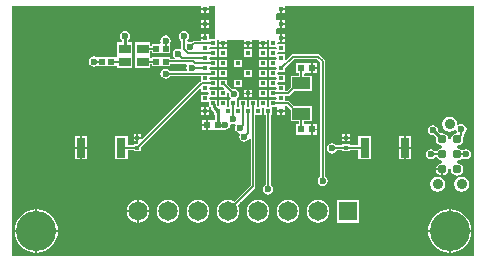
<source format=gtl>
G04*
G04 #@! TF.GenerationSoftware,Altium Limited,Altium Designer,21.6.4 (81)*
G04*
G04 Layer_Physical_Order=1*
G04 Layer_Color=255*
%FSLAX44Y44*%
%MOMM*%
G71*
G04*
G04 #@! TF.SameCoordinates,74441D79-BE30-4494-89CB-7DD98D1B6E6E*
G04*
G04*
G04 #@! TF.FilePolarity,Positive*
G04*
G01*
G75*
%ADD10C,0.1270*%
%ADD11C,0.2540*%
%ADD14C,0.1524*%
%ADD15R,0.6200X0.6200*%
%ADD16R,0.3500X0.3600*%
%ADD17R,0.5200X0.5500*%
%ADD18R,0.8000X1.7000*%
%ADD19R,1.5500X1.0000*%
%ADD21R,0.3900X0.3900*%
%ADD22R,0.3900X0.3900*%
%ADD23R,1.0000X0.8000*%
%ADD37C,0.7900*%
%ADD38C,0.1520*%
%ADD39C,0.9000*%
%ADD40C,3.4000*%
%ADD41C,1.6500*%
%ADD42R,1.6500X1.6500*%
%ADD43C,0.6000*%
G36*
X395922Y4078D02*
X4078Y4078D01*
X4078Y215500D01*
X164780D01*
Y213512D01*
X168000D01*
X171220D01*
Y215500D01*
X176400D01*
Y187220D01*
X171280D01*
X171220Y188465D01*
Y191470D01*
X168762D01*
Y188250D01*
X168000D01*
Y187488D01*
X164780D01*
Y186070D01*
X158394D01*
X157602Y185912D01*
X156931Y185464D01*
X156535Y185068D01*
X155264Y185320D01*
X153881Y185045D01*
X152966Y185587D01*
X152652Y185884D01*
X152627Y186620D01*
X153078Y186922D01*
X154022Y188334D01*
X154354Y190000D01*
X154022Y191666D01*
X153078Y193078D01*
X151666Y194022D01*
X150000Y194354D01*
X148334Y194022D01*
X146922Y193078D01*
X145978Y191666D01*
X145646Y190000D01*
X145978Y188334D01*
X146922Y186922D01*
X147930Y186248D01*
Y179705D01*
X146717Y178994D01*
X146709Y178993D01*
X146666Y179022D01*
X145000Y179354D01*
X143334Y179022D01*
X141922Y178078D01*
X140978Y176666D01*
X140646Y175000D01*
X140978Y173334D01*
X141922Y171922D01*
X142107Y171797D01*
X141722Y170527D01*
X138370D01*
Y172520D01*
X131640D01*
X130630Y172520D01*
X129360Y172520D01*
X122630D01*
Y171904D01*
X121360Y171378D01*
X121270Y171468D01*
X121270Y173770D01*
X121270Y175040D01*
Y177430D01*
X122630D01*
Y175480D01*
X129360D01*
X130370Y175480D01*
X131640Y175480D01*
X138370D01*
Y183520D01*
X138370Y183520D01*
X138548Y184716D01*
X138854Y186250D01*
X138522Y187916D01*
X137578Y189328D01*
X136166Y190272D01*
X134500Y190604D01*
X132834Y190272D01*
X131421Y189328D01*
X130478Y187916D01*
X130146Y186250D01*
X130443Y184760D01*
X130109Y184104D01*
X129661Y183520D01*
X129360Y183520D01*
X122630D01*
Y181570D01*
X121270D01*
Y184770D01*
X108730D01*
Y175040D01*
X108730Y174230D01*
X108730Y172960D01*
Y163230D01*
X121270D01*
Y166430D01*
X122630D01*
Y164480D01*
X129360D01*
X130370Y164480D01*
X131640Y164480D01*
X138370D01*
Y166643D01*
X152034D01*
X152712Y165373D01*
X152427Y164946D01*
X152096Y163280D01*
X152427Y161614D01*
X152544Y161440D01*
X151945Y160320D01*
X138252D01*
X137578Y161329D01*
X136166Y162272D01*
X134500Y162604D01*
X132834Y162272D01*
X131421Y161329D01*
X130478Y159916D01*
X130146Y158250D01*
X130478Y156584D01*
X131421Y155171D01*
X132834Y154228D01*
X134500Y153896D01*
X136166Y154228D01*
X137578Y155171D01*
X138252Y156180D01*
X164780D01*
Y152046D01*
X164108Y151912D01*
X163437Y151463D01*
X114693Y102720D01*
X113565Y103188D01*
X111262D01*
Y100715D01*
X111680Y99707D01*
X110593Y98620D01*
X107480D01*
Y97620D01*
X102270D01*
Y105270D01*
X91730D01*
Y85730D01*
X102270D01*
Y93480D01*
X107480D01*
Y92480D01*
X113520D01*
Y95693D01*
X163607Y145779D01*
X164780Y145293D01*
Y142530D01*
X170542Y142530D01*
X171105Y141500D01*
X170542Y140470D01*
X164780D01*
Y134030D01*
X171220Y134030D01*
X171280Y132785D01*
Y130994D01*
X171280Y130964D01*
X171223Y129777D01*
X170036Y129720D01*
X170006Y129720D01*
X168762D01*
Y127262D01*
X171220D01*
Y128506D01*
X171220Y128535D01*
X171277Y129723D01*
X172465Y129780D01*
X172494Y129780D01*
X172589D01*
X172715Y129152D01*
X173276Y128312D01*
X175530Y126058D01*
Y123280D01*
X176160D01*
Y120268D01*
X175262Y119370D01*
X174380D01*
X173110Y119370D01*
X170512D01*
Y115000D01*
Y110630D01*
X173110D01*
X174120Y110630D01*
X175390Y110630D01*
X183120D01*
X183120Y110630D01*
Y110630D01*
X184390Y110768D01*
X185000Y110646D01*
X186666Y110978D01*
X188078Y111922D01*
X189022Y113334D01*
X189330Y114882D01*
X189401Y115036D01*
X190480Y115849D01*
X191500Y115646D01*
X193160Y115977D01*
X193181Y115962D01*
X194072Y115056D01*
X193478Y114166D01*
X193146Y112500D01*
X193478Y110834D01*
X194422Y109422D01*
X195834Y108478D01*
X196784Y108289D01*
X197405Y106931D01*
X197228Y106666D01*
X196896Y105000D01*
X197228Y103334D01*
X198172Y101922D01*
X199584Y100978D01*
X201250Y100646D01*
X202916Y100978D01*
X204328Y101922D01*
X205160Y103166D01*
X205824Y103153D01*
X206430Y102955D01*
Y63757D01*
X192433Y49761D01*
X192101Y50016D01*
X189785Y50975D01*
X187300Y51302D01*
X184815Y50975D01*
X182499Y50016D01*
X180510Y48490D01*
X178984Y46501D01*
X178025Y44185D01*
X177698Y41700D01*
X178025Y39215D01*
X178984Y36899D01*
X180510Y34910D01*
X182499Y33384D01*
X184815Y32425D01*
X187300Y32098D01*
X189785Y32425D01*
X192101Y33384D01*
X194090Y34910D01*
X195616Y36899D01*
X196575Y39215D01*
X196902Y41700D01*
X196575Y44185D01*
X195616Y46501D01*
X195361Y46834D01*
X209964Y61437D01*
X210412Y62108D01*
X210570Y62900D01*
Y123280D01*
X215970D01*
X215970Y129042D01*
X217000Y129604D01*
X218030Y129042D01*
Y123280D01*
X219180D01*
Y64002D01*
X218172Y63328D01*
X217228Y61916D01*
X216896Y60250D01*
X217228Y58584D01*
X218172Y57172D01*
X219584Y56228D01*
X221250Y55896D01*
X222916Y56228D01*
X224328Y57172D01*
X225272Y58584D01*
X225604Y60250D01*
X225272Y61916D01*
X224328Y63328D01*
X223320Y64002D01*
Y123280D01*
X224470D01*
X224470Y129720D01*
X225715Y129780D01*
X227535D01*
X228723Y129723D01*
X228780Y128535D01*
Y127262D01*
X235220D01*
Y129660D01*
X235220Y129720D01*
X235364Y130930D01*
X237143D01*
X240480Y127593D01*
Y117980D01*
X247430D01*
Y115370D01*
X245130D01*
Y106630D01*
X252860D01*
X253870Y106630D01*
X255140Y106630D01*
X257738D01*
Y111000D01*
Y115370D01*
X255140D01*
X254130Y115370D01*
X252860Y115370D01*
X251570D01*
Y117980D01*
X258520D01*
Y130520D01*
X243407D01*
X239464Y134464D01*
X238792Y134912D01*
X238000Y135070D01*
X235220D01*
Y139428D01*
X238000D01*
X238000Y139428D01*
X238793Y139586D01*
X239465Y140035D01*
X243410Y143980D01*
X258520D01*
Y156520D01*
X251572D01*
Y157982D01*
X252470Y158880D01*
X253870Y158880D01*
X255140Y158880D01*
X257738D01*
Y163250D01*
Y167620D01*
X255140D01*
X254130Y167620D01*
X252860Y167620D01*
X245130D01*
Y158880D01*
X247428D01*
Y156520D01*
X240480D01*
Y146910D01*
X237142Y143572D01*
X235220D01*
Y148970D01*
X229458Y148970D01*
X228895Y150000D01*
X229458Y151030D01*
X235220D01*
Y157470D01*
X229458Y157470D01*
X228895Y158500D01*
X229458Y159530D01*
X235220D01*
Y163043D01*
X242857Y170680D01*
X262893D01*
X265430Y168143D01*
Y71252D01*
X264422Y70578D01*
X263478Y69166D01*
X263146Y67500D01*
X263478Y65834D01*
X264422Y64422D01*
X265834Y63478D01*
X267500Y63146D01*
X269166Y63478D01*
X270578Y64422D01*
X271522Y65834D01*
X271854Y67500D01*
X271522Y69166D01*
X270578Y70578D01*
X269570Y71252D01*
Y169000D01*
X269412Y169792D01*
X268964Y170464D01*
X265214Y174214D01*
X264542Y174662D01*
X263750Y174820D01*
X242000D01*
X241208Y174662D01*
X240536Y174214D01*
X236393Y170070D01*
X235220Y170556D01*
Y174470D01*
X229458Y174470D01*
X228895Y175500D01*
X229458Y176530D01*
X235220D01*
Y182970D01*
X229458Y182970D01*
X228895Y184000D01*
X229458Y185030D01*
X231238D01*
Y188250D01*
Y191470D01*
X229170D01*
X228780Y191470D01*
X227900Y192376D01*
Y196374D01*
X228780Y197280D01*
X229170Y197280D01*
X231238D01*
Y200500D01*
Y203720D01*
X229170D01*
X228780Y203720D01*
X227900Y204625D01*
Y208624D01*
X228780Y209530D01*
X231238D01*
Y212750D01*
X232000D01*
Y213512D01*
X235220D01*
Y215500D01*
X395922D01*
X395922Y4078D01*
D02*
G37*
G36*
X222280Y180780D02*
X228042Y180780D01*
X228605Y179750D01*
X228042Y178720D01*
X222280D01*
Y172280D01*
X228042Y172280D01*
X228604Y171250D01*
X228042Y170220D01*
X222280D01*
Y163780D01*
X228042Y163780D01*
X228605Y162750D01*
X228042Y161720D01*
X222280D01*
Y155280D01*
X228042Y155280D01*
X228605Y154250D01*
X228042Y153220D01*
X222280D01*
Y146780D01*
X228042Y146780D01*
X228605Y145750D01*
X228042Y144720D01*
X222280D01*
Y138280D01*
X228042D01*
X228605Y137250D01*
X228042Y136220D01*
X222280D01*
X222280Y130458D01*
X221250Y129895D01*
X220220Y130458D01*
Y136220D01*
X213780D01*
X213780Y130458D01*
X212750Y129895D01*
X211720Y130458D01*
Y136220D01*
X205280D01*
Y130458D01*
X204250Y129895D01*
X203220Y130458D01*
Y136220D01*
X196780D01*
Y130458D01*
X195750Y129895D01*
X194720Y130458D01*
Y135858D01*
X194720Y136220D01*
X194816Y137450D01*
X195329Y137793D01*
X196272Y139205D01*
X196604Y140871D01*
X196272Y142537D01*
X195329Y143949D01*
X193916Y144893D01*
X192250Y145225D01*
X190959Y144968D01*
X186220Y149707D01*
Y153220D01*
X179780D01*
Y146780D01*
X183293D01*
X184180Y145893D01*
X183694Y144720D01*
X179780D01*
Y138280D01*
X186220D01*
Y141676D01*
X187483Y142211D01*
X188058Y141685D01*
X187896Y140871D01*
X188228Y139205D01*
X189172Y137793D01*
X189624Y137490D01*
X189239Y136220D01*
X188280D01*
Y130458D01*
X187250Y129895D01*
X186220Y130458D01*
Y136220D01*
X179780D01*
Y130928D01*
X178694Y130479D01*
X177720Y131272D01*
Y136220D01*
X171958Y136220D01*
X171395Y137250D01*
X171958Y138280D01*
X177720D01*
Y144720D01*
X171958Y144720D01*
X171395Y145750D01*
X171958Y146780D01*
X177720D01*
Y153220D01*
X171958D01*
X171395Y154250D01*
X171958Y155280D01*
X177720D01*
Y161720D01*
X171958D01*
X171395Y162750D01*
X171958Y163780D01*
X177720D01*
Y170220D01*
X171958D01*
X171395Y171250D01*
X171958Y172280D01*
X177720D01*
Y178720D01*
X171958D01*
X171395Y179750D01*
X171958Y180780D01*
X177720D01*
Y186500D01*
X179780D01*
Y184762D01*
X186220D01*
Y186500D01*
X201030D01*
Y184762D01*
X207470D01*
Y186500D01*
X213780D01*
Y184762D01*
X220220D01*
Y186500D01*
X222280D01*
Y180780D01*
D02*
G37*
%LPC*%
G36*
X235220Y211988D02*
X232762D01*
Y209530D01*
X235220D01*
Y211988D01*
D02*
G37*
G36*
X171220Y211988D02*
X168762D01*
Y209530D01*
X171220D01*
Y211988D01*
D02*
G37*
G36*
X167238D02*
X164780D01*
Y209530D01*
X167238D01*
Y211988D01*
D02*
G37*
G36*
X232762Y203720D02*
Y201262D01*
X235220D01*
Y203720D01*
X232762D01*
D02*
G37*
G36*
X171220D02*
X168762D01*
Y201262D01*
X171220D01*
Y203720D01*
D02*
G37*
G36*
X167238D02*
X164780D01*
Y201262D01*
X167238D01*
Y203720D01*
D02*
G37*
G36*
X235220Y199738D02*
X232762D01*
Y197280D01*
X235220D01*
Y199738D01*
D02*
G37*
G36*
X171220D02*
X168762D01*
Y197280D01*
X171220D01*
Y199738D01*
D02*
G37*
G36*
X167238D02*
X164780D01*
Y197280D01*
X167238D01*
Y199738D01*
D02*
G37*
G36*
X232762Y191470D02*
Y189012D01*
X235220D01*
Y191470D01*
X232762D01*
D02*
G37*
G36*
X167238D02*
X164780D01*
Y189012D01*
X167238D01*
Y191470D01*
D02*
G37*
G36*
X235220Y187488D02*
X232762D01*
Y185030D01*
X235220D01*
Y187488D01*
D02*
G37*
G36*
X100000Y194354D02*
X98334Y194022D01*
X96922Y193078D01*
X95978Y191666D01*
X95646Y190000D01*
X95978Y188334D01*
X96922Y186922D01*
X97410Y186595D01*
Y184770D01*
X93730D01*
Y175040D01*
X93730Y174230D01*
X93730Y172960D01*
Y170570D01*
X92370D01*
Y172520D01*
X85640D01*
X84630Y172520D01*
X83360Y172520D01*
X76630D01*
Y172520D01*
X76489Y172444D01*
X75365Y172532D01*
X73750Y172854D01*
X72084Y172522D01*
X70672Y171579D01*
X69728Y170166D01*
X69396Y168500D01*
X69728Y166834D01*
X70672Y165422D01*
X72084Y164478D01*
X73750Y164146D01*
X75365Y164468D01*
X76489Y164555D01*
X76630Y164480D01*
Y164480D01*
X83360D01*
X84370Y164480D01*
X85640Y164480D01*
X92370D01*
Y166430D01*
X93730D01*
Y163230D01*
X106270D01*
Y172960D01*
X106270Y173770D01*
X106270Y175040D01*
Y184770D01*
X102590D01*
Y186595D01*
X103078Y186922D01*
X104022Y188334D01*
X104354Y190000D01*
X104022Y191666D01*
X103078Y193078D01*
X101666Y194022D01*
X100000Y194354D01*
D02*
G37*
G36*
X259262Y167620D02*
Y164012D01*
X262870D01*
Y167620D01*
X259262D01*
D02*
G37*
G36*
X262870Y162488D02*
X259262D01*
Y158880D01*
X262870D01*
Y162488D01*
D02*
G37*
G36*
X167238Y129720D02*
X164780D01*
Y127262D01*
X167238D01*
Y129720D01*
D02*
G37*
G36*
X235220Y125738D02*
X232762D01*
Y123280D01*
X235220D01*
Y125738D01*
D02*
G37*
G36*
X231238D02*
X228780D01*
Y123280D01*
X231238D01*
Y125738D01*
D02*
G37*
G36*
X171220D02*
X168762D01*
Y123280D01*
X171220D01*
Y125738D01*
D02*
G37*
G36*
X167238D02*
X164780D01*
Y123280D01*
X167238D01*
Y125738D01*
D02*
G37*
G36*
X168988Y119370D02*
X165380D01*
Y115762D01*
X168988D01*
Y119370D01*
D02*
G37*
G36*
X259262Y115370D02*
Y111762D01*
X262870D01*
Y115370D01*
X259262D01*
D02*
G37*
G36*
X168988Y114238D02*
X165380D01*
Y110630D01*
X168988D01*
Y114238D01*
D02*
G37*
G36*
X262870Y110238D02*
X259262D01*
Y106630D01*
X262870D01*
Y110238D01*
D02*
G37*
G36*
X113520Y107020D02*
X111262D01*
Y104712D01*
X113520D01*
Y107020D01*
D02*
G37*
G36*
X109738D02*
X107480D01*
Y104712D01*
X109738D01*
Y107020D01*
D02*
G37*
G36*
X290270D02*
X288012D01*
Y104712D01*
X290270D01*
Y107020D01*
D02*
G37*
G36*
X286488D02*
X284230D01*
Y104712D01*
X286488D01*
Y107020D01*
D02*
G37*
G36*
X374900Y121717D02*
X372463Y121233D01*
X370398Y119852D01*
X369017Y117787D01*
X368533Y115350D01*
X369017Y112913D01*
X370398Y110848D01*
X372463Y109467D01*
X374900Y108983D01*
X377337Y109467D01*
X379402Y110848D01*
X379425Y110881D01*
X380773Y110613D01*
X380978Y109584D01*
X381255Y109170D01*
X381255Y109164D01*
X380612Y107845D01*
X379213Y107567D01*
X377487Y106413D01*
X376333Y104687D01*
X375948Y102750D01*
X373852D01*
X373467Y104687D01*
X372313Y106413D01*
X370587Y107567D01*
X368550Y107972D01*
X366999Y107664D01*
X364989Y109674D01*
X365104Y110250D01*
X364772Y111916D01*
X363829Y113329D01*
X362416Y114272D01*
X360750Y114604D01*
X359084Y114272D01*
X357672Y113329D01*
X356728Y111916D01*
X356396Y110250D01*
X356728Y108584D01*
X357672Y107171D01*
X359084Y106228D01*
X360750Y105896D01*
X361326Y106011D01*
X363470Y103868D01*
X363228Y102650D01*
X363633Y100613D01*
X364787Y98887D01*
X366513Y97733D01*
X368550Y97328D01*
Y95272D01*
X366513Y94867D01*
X364787Y93713D01*
X363898Y92384D01*
X362543D01*
X362079Y93078D01*
X360666Y94022D01*
X359000Y94354D01*
X357334Y94022D01*
X355922Y93078D01*
X354978Y91666D01*
X354646Y90000D01*
X354978Y88334D01*
X355922Y86922D01*
X357334Y85978D01*
X359000Y85646D01*
X360666Y85978D01*
X362079Y86922D01*
X362509Y87566D01*
X363865D01*
X364787Y86187D01*
X366513Y85033D01*
X368550Y84628D01*
Y82572D01*
X366513Y82167D01*
X364787Y81013D01*
X363633Y79287D01*
X363379Y78012D01*
X368550D01*
Y77250D01*
X369312D01*
Y72079D01*
X370587Y72333D01*
X372313Y73487D01*
X373467Y75213D01*
X373872Y77250D01*
X375928D01*
X376333Y75213D01*
X377487Y73487D01*
X379213Y72333D01*
X381250Y71928D01*
X383287Y72333D01*
X385013Y73487D01*
X386167Y75213D01*
X386572Y77250D01*
X386167Y79287D01*
X385013Y81013D01*
X383287Y82167D01*
X381250Y82572D01*
Y84628D01*
X383287Y85033D01*
X385013Y86187D01*
X386612Y86293D01*
X387084Y85978D01*
X388750Y85646D01*
X390416Y85978D01*
X391828Y86922D01*
X392772Y88334D01*
X393104Y90000D01*
X392772Y91666D01*
X391828Y93078D01*
X390416Y94022D01*
X388750Y94354D01*
X387084Y94022D01*
X386566Y93676D01*
X385013Y93713D01*
X383287Y94867D01*
X381250Y95272D01*
Y97328D01*
X383287Y97733D01*
X385013Y98887D01*
X386167Y100613D01*
X386572Y102650D01*
X386167Y104687D01*
X386165Y104690D01*
X386464Y104988D01*
X386912Y105659D01*
X387070Y106451D01*
Y107498D01*
X388078Y108172D01*
X389022Y109584D01*
X389354Y111250D01*
X389022Y112916D01*
X388078Y114328D01*
X386666Y115272D01*
X385000Y115604D01*
X383334Y115272D01*
X382426Y114666D01*
X381267Y115350D01*
X380783Y117787D01*
X379402Y119852D01*
X377337Y121233D01*
X374900Y121717D01*
D02*
G37*
G36*
X290270Y103188D02*
X288012D01*
Y100880D01*
X290270D01*
Y103188D01*
D02*
G37*
G36*
X286488D02*
X284230D01*
Y100880D01*
X286488D01*
Y103188D01*
D02*
G37*
G36*
X109738Y103188D02*
X107480D01*
Y100880D01*
X109738D01*
Y103188D01*
D02*
G37*
G36*
X308270Y105270D02*
X297730D01*
Y97620D01*
X290270D01*
Y98620D01*
X284230D01*
Y97595D01*
X278828D01*
X278551Y98008D01*
X277139Y98952D01*
X275473Y99284D01*
X273807Y98952D01*
X272394Y98008D01*
X271451Y96596D01*
X271119Y94930D01*
X271451Y93264D01*
X272394Y91852D01*
X273807Y90908D01*
X275473Y90576D01*
X277139Y90908D01*
X278551Y91852D01*
X279495Y93264D01*
X279533Y93455D01*
X284230D01*
Y92480D01*
X290270D01*
Y93480D01*
X297730D01*
Y85730D01*
X308270D01*
Y105270D01*
D02*
G37*
G36*
X342270D02*
X337762D01*
Y96262D01*
X342270D01*
Y105270D01*
D02*
G37*
G36*
X336238D02*
X331730D01*
Y96262D01*
X336238D01*
Y105270D01*
D02*
G37*
G36*
X68270D02*
X63762D01*
Y96262D01*
X68270D01*
Y105270D01*
D02*
G37*
G36*
X62238D02*
X57730D01*
Y96262D01*
X62238D01*
Y105270D01*
D02*
G37*
G36*
X342270Y94738D02*
X337762D01*
Y85730D01*
X342270D01*
Y94738D01*
D02*
G37*
G36*
X336238D02*
X331730D01*
Y85730D01*
X336238D01*
Y94738D01*
D02*
G37*
G36*
X68270Y94738D02*
X63762D01*
Y85730D01*
X68270D01*
Y94738D01*
D02*
G37*
G36*
X62238D02*
X57730D01*
Y85730D01*
X62238D01*
Y94738D01*
D02*
G37*
G36*
X367788Y76488D02*
X363379D01*
X363633Y75213D01*
X364787Y73487D01*
X366513Y72333D01*
X367788Y72079D01*
Y76488D01*
D02*
G37*
G36*
X385060Y70917D02*
X382623Y70433D01*
X380558Y69052D01*
X379177Y66987D01*
X378693Y64550D01*
X379177Y62113D01*
X380558Y60048D01*
X382623Y58667D01*
X385060Y58183D01*
X387497Y58667D01*
X389562Y60048D01*
X390943Y62113D01*
X391427Y64550D01*
X390943Y66987D01*
X389562Y69052D01*
X387497Y70433D01*
X385060Y70917D01*
D02*
G37*
G36*
X364740D02*
X362303Y70433D01*
X360238Y69052D01*
X358857Y66987D01*
X358373Y64550D01*
X358857Y62113D01*
X360238Y60048D01*
X362303Y58667D01*
X364740Y58183D01*
X367177Y58667D01*
X369242Y60048D01*
X370623Y62113D01*
X371107Y64550D01*
X370623Y66987D01*
X369242Y69052D01*
X367177Y70433D01*
X364740Y70917D01*
D02*
G37*
G36*
X111862Y51202D02*
Y42462D01*
X120602D01*
X120375Y44185D01*
X119416Y46501D01*
X117890Y48490D01*
X115901Y50016D01*
X113585Y50975D01*
X111862Y51202D01*
D02*
G37*
G36*
X110338D02*
X108615Y50975D01*
X106299Y50016D01*
X104310Y48490D01*
X102784Y46501D01*
X101825Y44185D01*
X101598Y42462D01*
X110338D01*
Y51202D01*
D02*
G37*
G36*
X120602Y40938D02*
X111862D01*
Y32198D01*
X113585Y32425D01*
X115901Y33384D01*
X117890Y34910D01*
X119416Y36899D01*
X120375Y39215D01*
X120602Y40938D01*
D02*
G37*
G36*
X110338D02*
X101598D01*
X101825Y39215D01*
X102784Y36899D01*
X104310Y34910D01*
X106299Y33384D01*
X108615Y32425D01*
X110338Y32198D01*
Y40938D01*
D02*
G37*
G36*
X298420Y51220D02*
X279380D01*
Y32180D01*
X298420D01*
Y51220D01*
D02*
G37*
G36*
X263500Y51302D02*
X261015Y50975D01*
X258699Y50016D01*
X256710Y48490D01*
X255184Y46501D01*
X254225Y44185D01*
X253898Y41700D01*
X254225Y39215D01*
X255184Y36899D01*
X256710Y34910D01*
X258699Y33384D01*
X261015Y32425D01*
X263500Y32098D01*
X265985Y32425D01*
X268301Y33384D01*
X270290Y34910D01*
X271816Y36899D01*
X272775Y39215D01*
X273102Y41700D01*
X272775Y44185D01*
X271816Y46501D01*
X270290Y48490D01*
X268301Y50016D01*
X265985Y50975D01*
X263500Y51302D01*
D02*
G37*
G36*
X238100D02*
X235615Y50975D01*
X233299Y50016D01*
X231310Y48490D01*
X229784Y46501D01*
X228825Y44185D01*
X228498Y41700D01*
X228825Y39215D01*
X229784Y36899D01*
X231310Y34910D01*
X233299Y33384D01*
X235615Y32425D01*
X238100Y32098D01*
X240585Y32425D01*
X242901Y33384D01*
X244890Y34910D01*
X246416Y36899D01*
X247375Y39215D01*
X247702Y41700D01*
X247375Y44185D01*
X246416Y46501D01*
X244890Y48490D01*
X242901Y50016D01*
X240585Y50975D01*
X238100Y51302D01*
D02*
G37*
G36*
X212700D02*
X210215Y50975D01*
X207899Y50016D01*
X205910Y48490D01*
X204384Y46501D01*
X203425Y44185D01*
X203098Y41700D01*
X203425Y39215D01*
X204384Y36899D01*
X205910Y34910D01*
X207899Y33384D01*
X210215Y32425D01*
X212700Y32098D01*
X215185Y32425D01*
X217501Y33384D01*
X219490Y34910D01*
X221016Y36899D01*
X221975Y39215D01*
X222302Y41700D01*
X221975Y44185D01*
X221016Y46501D01*
X219490Y48490D01*
X217501Y50016D01*
X215185Y50975D01*
X212700Y51302D01*
D02*
G37*
G36*
X161900D02*
X159415Y50975D01*
X157099Y50016D01*
X155110Y48490D01*
X153584Y46501D01*
X152625Y44185D01*
X152298Y41700D01*
X152625Y39215D01*
X153584Y36899D01*
X155110Y34910D01*
X157099Y33384D01*
X159415Y32425D01*
X161900Y32098D01*
X164385Y32425D01*
X166701Y33384D01*
X168690Y34910D01*
X170216Y36899D01*
X171175Y39215D01*
X171502Y41700D01*
X171175Y44185D01*
X170216Y46501D01*
X168690Y48490D01*
X166701Y50016D01*
X164385Y50975D01*
X161900Y51302D01*
D02*
G37*
G36*
X136500D02*
X134015Y50975D01*
X131699Y50016D01*
X129710Y48490D01*
X128184Y46501D01*
X127225Y44185D01*
X126898Y41700D01*
X127225Y39215D01*
X128184Y36899D01*
X129710Y34910D01*
X131699Y33384D01*
X134015Y32425D01*
X136500Y32098D01*
X138985Y32425D01*
X141301Y33384D01*
X143290Y34910D01*
X144816Y36899D01*
X145775Y39215D01*
X146102Y41700D01*
X145775Y44185D01*
X144816Y46501D01*
X143290Y48490D01*
X141301Y50016D01*
X138985Y50975D01*
X136500Y51302D01*
D02*
G37*
G36*
X375762Y43283D02*
Y25762D01*
X393283D01*
X393006Y28582D01*
X391961Y32025D01*
X390264Y35199D01*
X387981Y37981D01*
X385199Y40264D01*
X382025Y41961D01*
X378582Y43006D01*
X375762Y43283D01*
D02*
G37*
G36*
X374238D02*
X371418Y43006D01*
X367975Y41961D01*
X364801Y40264D01*
X362019Y37981D01*
X359736Y35199D01*
X358039Y32025D01*
X356994Y28582D01*
X356717Y25762D01*
X374238D01*
Y43283D01*
D02*
G37*
G36*
X25762D02*
Y25762D01*
X43283D01*
X43006Y28582D01*
X41961Y32025D01*
X40264Y35199D01*
X37981Y37981D01*
X35199Y40264D01*
X32025Y41961D01*
X28582Y43006D01*
X25762Y43283D01*
D02*
G37*
G36*
X24238D02*
X21418Y43006D01*
X17975Y41961D01*
X14801Y40264D01*
X12019Y37981D01*
X9736Y35199D01*
X8039Y32025D01*
X6994Y28582D01*
X6717Y25762D01*
X24238D01*
Y43283D01*
D02*
G37*
G36*
X393283Y24238D02*
X375762D01*
Y6717D01*
X378582Y6994D01*
X382025Y8039D01*
X385199Y9736D01*
X387981Y12019D01*
X390264Y14801D01*
X391961Y17975D01*
X393006Y21418D01*
X393283Y24238D01*
D02*
G37*
G36*
X374238D02*
X356717D01*
X356994Y21418D01*
X358039Y17975D01*
X359736Y14801D01*
X362019Y12019D01*
X364801Y9736D01*
X367975Y8039D01*
X371418Y6994D01*
X374238Y6717D01*
Y24238D01*
D02*
G37*
G36*
X43283D02*
X25762D01*
Y6717D01*
X28582Y6994D01*
X32025Y8039D01*
X35199Y9736D01*
X37981Y12019D01*
X40264Y14801D01*
X41961Y17975D01*
X43006Y21418D01*
X43283Y24238D01*
D02*
G37*
G36*
X24238D02*
X6717D01*
X6994Y21418D01*
X8039Y17975D01*
X9736Y14801D01*
X12019Y12019D01*
X14801Y9736D01*
X17975Y8039D01*
X21418Y6994D01*
X24238Y6717D01*
Y24238D01*
D02*
G37*
G36*
X220220Y183238D02*
X217762D01*
Y180780D01*
X220220D01*
Y183238D01*
D02*
G37*
G36*
X216238D02*
X213780D01*
Y180780D01*
X216238D01*
Y183238D01*
D02*
G37*
G36*
X207470D02*
X205012D01*
Y180780D01*
X207470D01*
Y183238D01*
D02*
G37*
G36*
X203488D02*
X201030D01*
Y180780D01*
X203488D01*
Y183238D01*
D02*
G37*
G36*
X186220D02*
X183762D01*
Y180780D01*
X186220D01*
Y183238D01*
D02*
G37*
G36*
X182238D02*
X179780D01*
Y180780D01*
X182238D01*
Y183238D01*
D02*
G37*
G36*
X220220Y178720D02*
X213780D01*
Y172280D01*
X220220D01*
Y178720D01*
D02*
G37*
G36*
X207470D02*
X201030D01*
Y172280D01*
X207470D01*
Y178720D01*
D02*
G37*
G36*
X186220D02*
X179780D01*
Y172280D01*
X186220D01*
Y178720D01*
D02*
G37*
G36*
X220220Y170220D02*
X213780D01*
Y163780D01*
X220220D01*
Y170220D01*
D02*
G37*
G36*
X198970D02*
X192530D01*
Y163780D01*
X198970D01*
Y170220D01*
D02*
G37*
G36*
X186220D02*
X179780D01*
Y163780D01*
X186220D01*
Y170220D01*
D02*
G37*
G36*
X220220Y161720D02*
X213780D01*
Y155280D01*
X220220D01*
Y161720D01*
D02*
G37*
G36*
X207470D02*
X201030D01*
Y155280D01*
X207470D01*
Y161720D01*
D02*
G37*
G36*
X186220D02*
X179780D01*
Y155280D01*
X186220D01*
Y161720D01*
D02*
G37*
G36*
X220220Y153220D02*
X213780D01*
Y146780D01*
X220220D01*
Y153220D01*
D02*
G37*
G36*
X198970D02*
X192530D01*
Y146780D01*
X198970D01*
Y153220D01*
D02*
G37*
G36*
X207470Y144720D02*
X205012D01*
Y142262D01*
X207470D01*
Y144720D01*
D02*
G37*
G36*
X203488D02*
X201030D01*
Y142262D01*
X203488D01*
Y144720D01*
D02*
G37*
G36*
X220220D02*
X213780D01*
Y138280D01*
X220220D01*
Y144720D01*
D02*
G37*
G36*
X207470Y140738D02*
X205012D01*
Y138280D01*
X207470D01*
Y140738D01*
D02*
G37*
G36*
X203488D02*
X201030D01*
Y138280D01*
X203488D01*
Y140738D01*
D02*
G37*
%LPD*%
D10*
X134500Y168500D02*
X134585Y168585D01*
X159647Y167000D02*
X174500D01*
X158062Y168585D02*
X159647Y167000D01*
X134585Y168585D02*
X158062D01*
D11*
X178750Y115000D02*
X185000D01*
X178750Y115000D02*
Y126500D01*
X178750Y115000D02*
X178750Y115000D01*
X100000Y179500D02*
Y190000D01*
X100000Y190000D01*
X175107Y130143D02*
X178750Y126500D01*
X175107Y130143D02*
Y132393D01*
X174500Y133000D02*
X175107Y132393D01*
X368350Y102650D02*
X368550D01*
X360750Y110250D02*
X368350Y102650D01*
D14*
X249500Y150250D02*
Y163250D01*
X249500Y163250D01*
X225500Y141500D02*
X238000D01*
X246750Y150250D01*
X249500D01*
D15*
X178750Y115000D02*
D03*
X169750D02*
D03*
X249500Y111000D02*
D03*
X258500D02*
D03*
Y163250D02*
D03*
X249500D02*
D03*
D16*
X287250Y95550D02*
D03*
Y103950D02*
D03*
X110500D02*
D03*
Y95550D02*
D03*
D17*
X134500Y168500D02*
D03*
X126500D02*
D03*
Y179500D02*
D03*
X134500D02*
D03*
X88500Y168500D02*
D03*
X80500D02*
D03*
D18*
X337000Y95500D02*
D03*
X303000D02*
D03*
X97000D02*
D03*
X63000D02*
D03*
D19*
X249500Y150250D02*
D03*
Y124250D02*
D03*
D21*
X183000Y133000D02*
D03*
X178750Y126500D02*
D03*
X168000D02*
D03*
X174500Y133000D02*
D03*
X168000Y137250D02*
D03*
Y145750D02*
D03*
X174500Y141500D02*
D03*
X183000D02*
D03*
X168000Y154250D02*
D03*
X174500Y150000D02*
D03*
X183000D02*
D03*
X168000Y162750D02*
D03*
X174500Y158500D02*
D03*
X183000D02*
D03*
X168000Y171250D02*
D03*
X174500Y167000D02*
D03*
X183000D02*
D03*
Y175500D02*
D03*
X174500D02*
D03*
X168000Y179750D02*
D03*
X183000Y184000D02*
D03*
X174500D02*
D03*
X168000Y188250D02*
D03*
Y200500D02*
D03*
X187250Y126500D02*
D03*
X191500Y133000D02*
D03*
X195750Y126500D02*
D03*
X200000Y133000D02*
D03*
X204250Y126500D02*
D03*
X208500Y133000D02*
D03*
X212750Y126500D02*
D03*
X217000Y133000D02*
D03*
X221250Y126500D02*
D03*
X232000D02*
D03*
X225500Y133000D02*
D03*
X232000Y137250D02*
D03*
X225500Y141500D02*
D03*
X217000D02*
D03*
X232000Y145750D02*
D03*
X225500Y150000D02*
D03*
X217000D02*
D03*
X232000Y154250D02*
D03*
X225500Y158500D02*
D03*
X217000D02*
D03*
X232000Y162750D02*
D03*
X225500Y167000D02*
D03*
X217000D02*
D03*
X232000Y171250D02*
D03*
X225500Y175500D02*
D03*
X217000D02*
D03*
X232000Y179750D02*
D03*
X225500Y184000D02*
D03*
X217000D02*
D03*
X232000Y188250D02*
D03*
Y200500D02*
D03*
Y212750D02*
D03*
X204250Y184000D02*
D03*
Y175500D02*
D03*
X195750Y167000D02*
D03*
X204250Y158500D02*
D03*
X195750Y150000D02*
D03*
X204250Y141500D02*
D03*
D22*
X168000Y212750D02*
D03*
D23*
X100000Y179500D02*
D03*
X115000D02*
D03*
Y168500D02*
D03*
X100000D02*
D03*
D37*
X368550Y102650D02*
D03*
X381250D02*
D03*
X368550Y89950D02*
D03*
X381250D02*
D03*
X368550Y77250D02*
D03*
X381250D02*
D03*
D38*
X134500Y179500D02*
X134500Y179500D01*
Y186250D01*
X174250Y158250D02*
X174500Y158500D01*
X156980Y162750D02*
X168000D01*
X134500Y158250D02*
X174250D01*
X156450Y163280D02*
X156980Y162750D01*
X73750Y168500D02*
X80500D01*
X148750Y171250D02*
X168000D01*
X145000Y175000D02*
X148750Y171250D01*
X115000Y168500D02*
X126500D01*
X126500Y168500D01*
X88500Y168500D02*
X100000D01*
X88500Y168500D02*
X88500Y168500D01*
X115000Y179500D02*
X126500D01*
X267500Y67500D02*
Y169000D01*
X381250Y102650D02*
Y102701D01*
X385000Y106451D01*
Y111250D01*
X388725Y89975D02*
X388750Y90000D01*
X275473Y94930D02*
X276068Y95525D01*
X287225D01*
X381250Y89950D02*
X381275Y89975D01*
X388725D01*
X381250Y102650D02*
X381300Y102700D01*
X200000Y115000D02*
Y133000D01*
X197500Y112500D02*
X200000Y115000D01*
X204250Y108000D02*
Y126500D01*
X201250Y105000D02*
X204250Y108000D01*
X191500Y120000D02*
Y133000D01*
X263750Y172750D02*
X267500Y169000D01*
X242000Y172750D02*
X263750D01*
X150000Y179117D02*
Y190000D01*
Y179117D02*
X153617Y175500D01*
X155264Y180967D02*
X155361D01*
X158394Y184000D01*
X153617Y175500D02*
X174500D01*
X158394Y184000D02*
X174500D01*
X221250Y60250D02*
Y126500D01*
X192053Y140545D02*
Y140947D01*
X183000Y150000D02*
X192053Y140947D01*
X192250Y140742D02*
Y140871D01*
X192053Y140545D02*
X192250Y140742D01*
X208500Y62900D02*
Y133000D01*
X187300Y41700D02*
X208500Y62900D01*
X232000Y162750D02*
X242000Y172750D01*
X249500Y111000D02*
Y124250D01*
Y111000D02*
X249500Y111000D01*
X110500Y95600D02*
X164900Y150000D01*
X359000Y90000D02*
X359025Y89975D01*
X368525D01*
X368550Y89950D01*
X225500Y133000D02*
X238000D01*
X246750Y124250D01*
X249500D01*
X287225Y95525D02*
X287250Y95550D01*
X381250Y89950D02*
X381256Y89944D01*
X287250Y95550D02*
X302950D01*
X303000Y95500D01*
X97050Y95550D02*
X110500D01*
X97000Y95500D02*
X97050Y95550D01*
X164900Y150000D02*
X174500D01*
X110500Y95550D02*
Y95600D01*
D39*
X374900Y115350D02*
D03*
X385060Y64550D02*
D03*
X364740D02*
D03*
D40*
X375000Y25000D02*
D03*
X25000D02*
D03*
D41*
X111100Y41700D02*
D03*
X136500D02*
D03*
X238100D02*
D03*
X263500D02*
D03*
X212700D02*
D03*
X187300D02*
D03*
X161900D02*
D03*
D42*
X288900D02*
D03*
D43*
X185000Y115000D02*
D03*
X215000Y102250D02*
D03*
X134500Y186250D02*
D03*
Y158250D02*
D03*
X156450Y163280D02*
D03*
X73750Y168500D02*
D03*
X145000Y175000D02*
D03*
X245000Y77000D02*
D03*
X230000D02*
D03*
X380000Y212000D02*
D03*
Y197000D02*
D03*
Y182000D02*
D03*
Y167000D02*
D03*
Y152000D02*
D03*
Y137000D02*
D03*
Y47000D02*
D03*
X365000Y212000D02*
D03*
Y197000D02*
D03*
Y182000D02*
D03*
Y167000D02*
D03*
Y152000D02*
D03*
Y137000D02*
D03*
Y122000D02*
D03*
Y47000D02*
D03*
X350000Y212000D02*
D03*
Y197000D02*
D03*
Y182000D02*
D03*
Y167000D02*
D03*
Y152000D02*
D03*
Y137000D02*
D03*
Y122000D02*
D03*
Y77000D02*
D03*
Y62000D02*
D03*
Y47000D02*
D03*
Y32000D02*
D03*
X335000Y212000D02*
D03*
Y197000D02*
D03*
Y182000D02*
D03*
Y167000D02*
D03*
Y152000D02*
D03*
Y137000D02*
D03*
Y122000D02*
D03*
Y77000D02*
D03*
Y62000D02*
D03*
Y47000D02*
D03*
Y32000D02*
D03*
X320000Y212000D02*
D03*
Y197000D02*
D03*
Y182000D02*
D03*
Y167000D02*
D03*
Y152000D02*
D03*
Y137000D02*
D03*
Y122000D02*
D03*
Y77000D02*
D03*
Y62000D02*
D03*
Y47000D02*
D03*
Y32000D02*
D03*
X305000Y212000D02*
D03*
Y197000D02*
D03*
Y182000D02*
D03*
Y167000D02*
D03*
Y152000D02*
D03*
Y137000D02*
D03*
Y122000D02*
D03*
Y77000D02*
D03*
Y62000D02*
D03*
Y47000D02*
D03*
Y32000D02*
D03*
X290000Y212000D02*
D03*
Y197000D02*
D03*
Y182000D02*
D03*
Y167000D02*
D03*
Y152000D02*
D03*
Y137000D02*
D03*
Y122000D02*
D03*
Y77000D02*
D03*
Y62000D02*
D03*
X275000Y212000D02*
D03*
Y197000D02*
D03*
Y182000D02*
D03*
Y167000D02*
D03*
Y152000D02*
D03*
Y137000D02*
D03*
Y122000D02*
D03*
Y77000D02*
D03*
Y62000D02*
D03*
Y47000D02*
D03*
Y32000D02*
D03*
X260000Y212000D02*
D03*
Y197000D02*
D03*
Y182000D02*
D03*
Y137000D02*
D03*
Y77000D02*
D03*
X245000Y197000D02*
D03*
Y182000D02*
D03*
Y137000D02*
D03*
Y62000D02*
D03*
X230000D02*
D03*
Y32000D02*
D03*
X200000Y77000D02*
D03*
Y47000D02*
D03*
Y32000D02*
D03*
X185000Y107000D02*
D03*
Y92000D02*
D03*
Y77000D02*
D03*
X170000Y107000D02*
D03*
Y92000D02*
D03*
Y77000D02*
D03*
Y62000D02*
D03*
Y32000D02*
D03*
X155000Y197000D02*
D03*
Y152000D02*
D03*
Y122000D02*
D03*
Y107000D02*
D03*
Y92000D02*
D03*
Y77000D02*
D03*
X140000Y212000D02*
D03*
Y197000D02*
D03*
Y152000D02*
D03*
Y137000D02*
D03*
Y107000D02*
D03*
Y92000D02*
D03*
Y77000D02*
D03*
Y62000D02*
D03*
X125000Y212000D02*
D03*
Y197000D02*
D03*
Y152000D02*
D03*
Y137000D02*
D03*
Y122000D02*
D03*
Y92000D02*
D03*
Y77000D02*
D03*
Y62000D02*
D03*
Y47000D02*
D03*
Y32000D02*
D03*
X110000Y212000D02*
D03*
Y197000D02*
D03*
Y152000D02*
D03*
Y137000D02*
D03*
Y122000D02*
D03*
Y77000D02*
D03*
Y62000D02*
D03*
X95000Y212000D02*
D03*
Y197000D02*
D03*
Y152000D02*
D03*
Y137000D02*
D03*
Y122000D02*
D03*
Y77000D02*
D03*
Y62000D02*
D03*
Y47000D02*
D03*
Y32000D02*
D03*
X80000Y212000D02*
D03*
Y197000D02*
D03*
Y182000D02*
D03*
Y152000D02*
D03*
Y137000D02*
D03*
Y122000D02*
D03*
Y107000D02*
D03*
Y92000D02*
D03*
Y77000D02*
D03*
Y62000D02*
D03*
Y47000D02*
D03*
Y32000D02*
D03*
X65000Y212000D02*
D03*
Y197000D02*
D03*
Y182000D02*
D03*
Y167000D02*
D03*
Y152000D02*
D03*
Y137000D02*
D03*
Y122000D02*
D03*
Y77000D02*
D03*
Y62000D02*
D03*
Y47000D02*
D03*
Y32000D02*
D03*
X50000Y212000D02*
D03*
Y197000D02*
D03*
Y182000D02*
D03*
Y167000D02*
D03*
Y152000D02*
D03*
Y137000D02*
D03*
Y122000D02*
D03*
Y107000D02*
D03*
Y92000D02*
D03*
Y77000D02*
D03*
Y62000D02*
D03*
Y47000D02*
D03*
Y32000D02*
D03*
X35000Y212000D02*
D03*
Y197000D02*
D03*
Y182000D02*
D03*
Y167000D02*
D03*
Y152000D02*
D03*
Y137000D02*
D03*
Y122000D02*
D03*
Y107000D02*
D03*
Y92000D02*
D03*
Y77000D02*
D03*
Y62000D02*
D03*
Y47000D02*
D03*
X20000Y212000D02*
D03*
Y197000D02*
D03*
Y182000D02*
D03*
Y167000D02*
D03*
Y152000D02*
D03*
Y137000D02*
D03*
Y122000D02*
D03*
Y107000D02*
D03*
Y92000D02*
D03*
Y77000D02*
D03*
Y62000D02*
D03*
Y47000D02*
D03*
X267500Y67500D02*
D03*
X388750Y90000D02*
D03*
X275473Y94930D02*
D03*
X385000Y111250D02*
D03*
X7518Y211998D02*
D03*
Y196998D02*
D03*
Y181998D02*
D03*
Y166998D02*
D03*
Y151998D02*
D03*
Y136998D02*
D03*
Y121998D02*
D03*
X7500Y92000D02*
D03*
X7518Y76998D02*
D03*
Y61998D02*
D03*
Y46998D02*
D03*
X7500Y107000D02*
D03*
X200000Y20500D02*
D03*
X215000D02*
D03*
X185000D02*
D03*
X170000Y18000D02*
D03*
X155000D02*
D03*
X140000D02*
D03*
X275000D02*
D03*
X260000D02*
D03*
X245000D02*
D03*
X230000D02*
D03*
X197500Y112500D02*
D03*
X201250Y105000D02*
D03*
X191500Y120000D02*
D03*
X155264Y180967D02*
D03*
X150000Y190000D02*
D03*
X221250Y60250D02*
D03*
X192250Y140871D02*
D03*
X238250Y188250D02*
D03*
Y200500D02*
D03*
Y212500D02*
D03*
X232000Y206500D02*
D03*
Y194500D02*
D03*
X168000Y206500D02*
D03*
Y194500D02*
D03*
X161750Y200500D02*
D03*
Y212500D02*
D03*
X204250Y148000D02*
D03*
X161000Y126500D02*
D03*
X232000Y120250D02*
D03*
X100000Y190000D02*
D03*
X360750Y110250D02*
D03*
X392500Y109500D02*
D03*
Y47000D02*
D03*
Y77000D02*
D03*
Y122000D02*
D03*
Y137000D02*
D03*
Y152000D02*
D03*
Y167000D02*
D03*
Y182000D02*
D03*
Y197000D02*
D03*
Y212000D02*
D03*
X189250Y183500D02*
D03*
X210500D02*
D03*
X204250Y167000D02*
D03*
X195750Y175500D02*
D03*
X198000Y183500D02*
D03*
X50000Y7750D02*
D03*
X65000D02*
D03*
X80000D02*
D03*
X95000D02*
D03*
X110000D02*
D03*
X125000D02*
D03*
X140000D02*
D03*
X155000D02*
D03*
X170000D02*
D03*
X230000D02*
D03*
X245000D02*
D03*
X260000D02*
D03*
X275000D02*
D03*
X290000D02*
D03*
X305500D02*
D03*
X320000D02*
D03*
X335000D02*
D03*
X350000D02*
D03*
Y18000D02*
D03*
X335000D02*
D03*
X320000D02*
D03*
X305000D02*
D03*
X290000D02*
D03*
X125000D02*
D03*
X110000D02*
D03*
X95250D02*
D03*
X79500D02*
D03*
X64750D02*
D03*
X50000D02*
D03*
X359000Y90000D02*
D03*
M02*

</source>
